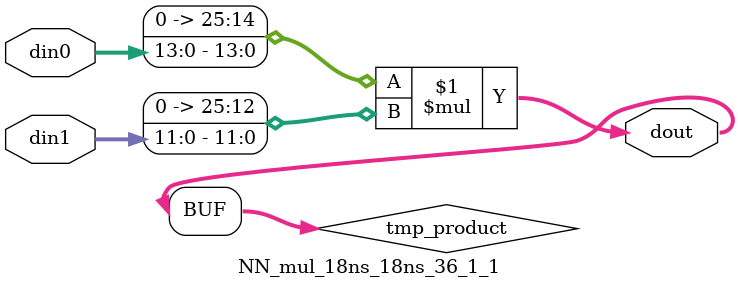
<source format=v>

`timescale 1 ns / 1 ps

 module NN_mul_18ns_18ns_36_1_1(din0, din1, dout);
parameter ID = 1;
parameter NUM_STAGE = 0;
parameter din0_WIDTH = 14;
parameter din1_WIDTH = 12;
parameter dout_WIDTH = 26;

input [din0_WIDTH - 1 : 0] din0; 
input [din1_WIDTH - 1 : 0] din1; 
output [dout_WIDTH - 1 : 0] dout;

wire signed [dout_WIDTH - 1 : 0] tmp_product;
























assign tmp_product = $signed({1'b0, din0}) * $signed({1'b0, din1});











assign dout = tmp_product;





















endmodule

</source>
